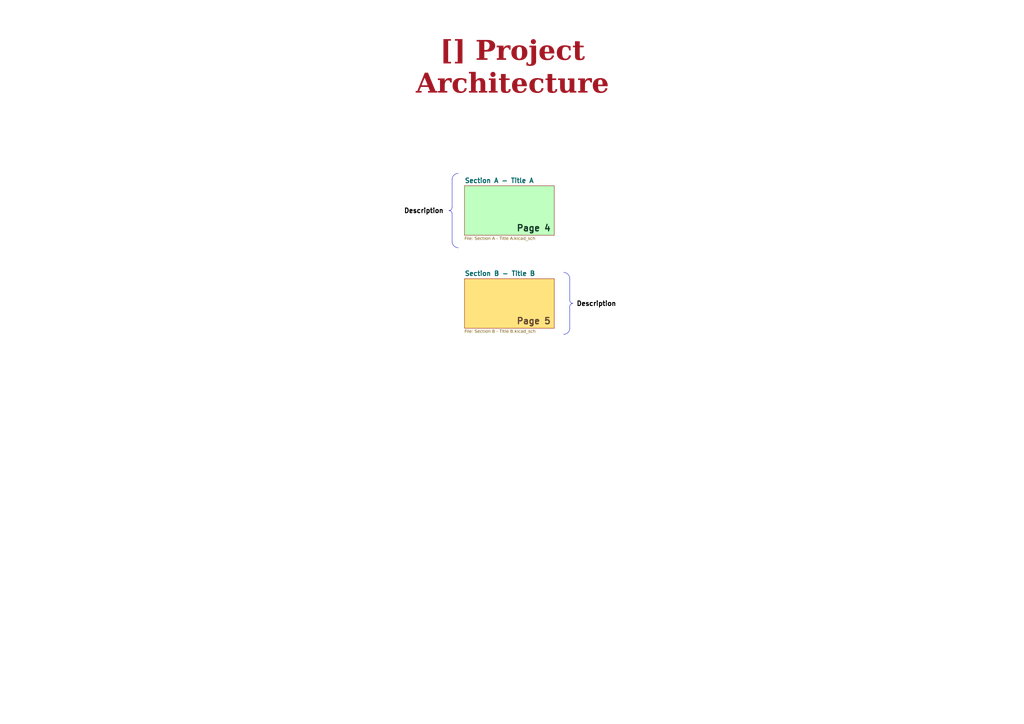
<source format=kicad_sch>
(kicad_sch
	(version 20250114)
	(generator "eeschema")
	(generator_version "9.0")
	(uuid "07236397-3ba4-47af-9809-3faac3a2aa49")
	(paper "A3")
	(title_block
		(title "Project Architecture")
		(date "2025-01-12")
		(rev "${REVISION}")
		(company "${COMPANY}")
	)
	(lib_symbols)
	(arc
		(start 185.42 85.09)
		(mid 185.0451 85.9851)
		(end 184.15 86.36)
		(stroke
			(width 0)
			(type default)
		)
		(fill
			(type none)
		)
		(uuid 13e3bc56-4a98-40ef-8c39-3b21620a792f)
	)
	(arc
		(start 234.97 124.44)
		(mid 234.0749 124.0651)
		(end 233.7 123.17)
		(stroke
			(width 0)
			(type default)
		)
		(fill
			(type none)
		)
		(uuid 19c30b2f-1391-4be0-8a5f-17a3226c0876)
	)
	(arc
		(start 233.7 125.71)
		(mid 234.0749 124.8149)
		(end 234.97 124.44)
		(stroke
			(width 0)
			(type default)
		)
		(fill
			(type none)
		)
		(uuid 5b059745-d833-4f9d-9745-ec7a90904541)
	)
	(arc
		(start 233.7 134.6)
		(mid 232.9561 136.3961)
		(end 231.16 137.14)
		(stroke
			(width 0)
			(type default)
		)
		(fill
			(type none)
		)
		(uuid 62bb3cd5-23b6-4c8e-a8f2-a293aca5d83b)
	)
	(arc
		(start 184.15 86.36)
		(mid 185.0451 86.7349)
		(end 185.42 87.63)
		(stroke
			(width 0)
			(type default)
		)
		(fill
			(type none)
		)
		(uuid 787eda22-1bf9-4d1b-96b2-11995bb2af0f)
	)
	(arc
		(start 187.96 101.6)
		(mid 186.1698 100.8502)
		(end 185.42 99.06)
		(stroke
			(width 0)
			(type default)
		)
		(fill
			(type none)
		)
		(uuid 7c454724-851d-42c5-8823-df570c1fc5eb)
	)
	(arc
		(start 231.16 111.74)
		(mid 232.9502 112.4898)
		(end 233.7 114.28)
		(stroke
			(width 0)
			(type default)
		)
		(fill
			(type none)
		)
		(uuid 94ad6bc3-4505-4c4a-89fc-83d0c51dd562)
	)
	(arc
		(start 185.42 73.66)
		(mid 186.1639 71.8639)
		(end 187.96 71.12)
		(stroke
			(width 0)
			(type default)
		)
		(fill
			(type none)
		)
		(uuid fda911f3-adb3-4abb-981f-a877a93c831b)
	)
	(text "Page 5"
		(exclude_from_sim no)
		(at 226.06 133.35 0)
		(effects
			(font
				(size 2.54 2.54)
				(bold yes)
				(color 100 70 50 1)
			)
			(justify right bottom)
			(href "#5")
		)
		(uuid "b60ecde0-2a85-4071-a728-47148cd80779")
	)
	(text "Page 4"
		(exclude_from_sim no)
		(at 226.06 95.25 0)
		(effects
			(font
				(size 2.54 2.54)
				(bold yes)
				(color 20 60 40 1)
			)
			(justify right bottom)
			(href "#4")
		)
		(uuid "f04f874a-d252-4474-87f2-c34bbb094a4c")
	)
	(text_box "Description"
		(exclude_from_sim no)
		(at 166.37 83.82 0)
		(size 17.145 5.08)
		(margins 1.4287 1.4287 1.4287 1.4287)
		(stroke
			(width -0.0001)
			(type default)
		)
		(fill
			(type none)
		)
		(effects
			(font
				(size 1.905 1.905)
				(thickness 0.381)
				(bold yes)
				(color 0 0 0 1)
			)
			(justify right top)
		)
		(uuid "971f0c48-6726-412d-badf-cee82cbffedd")
	)
	(text_box "Description"
		(exclude_from_sim no)
		(at 234.95 121.92 0)
		(size 26.015 5.1)
		(margins 1.4287 1.4287 1.4287 1.4287)
		(stroke
			(width -0.0001)
			(type default)
		)
		(fill
			(type none)
		)
		(effects
			(font
				(size 1.905 1.905)
				(thickness 0.381)
				(bold yes)
				(color 0 0 0 1)
			)
			(justify left top)
		)
		(uuid "97bb5e92-ab26-4907-9b80-08d49465fc86")
	)
	(text_box "[${#}] ${TITLE}"
		(exclude_from_sim no)
		(at 144.78 21.59 0)
		(size 130.81 12.7)
		(margins 5.9999 5.9999 5.9999 5.9999)
		(stroke
			(width -0.0001)
			(type default)
		)
		(fill
			(type none)
		)
		(effects
			(font
				(face "Times New Roman")
				(size 8 8)
				(thickness 1.2)
				(bold yes)
				(color 162 22 34 1)
			)
		)
		(uuid "f4789478-c68e-4cee-9edd-5d11b744f94d")
	)
	(polyline
		(pts
			(xy 185.42 87.63) (xy 185.42 99.06)
		)
		(stroke
			(width 0)
			(type default)
		)
		(uuid "8b678fb1-fee7-4461-95f7-7f383f478fdc")
	)
	(polyline
		(pts
			(xy 233.68 125.73) (xy 233.68 134.62)
		)
		(stroke
			(width 0)
			(type default)
		)
		(uuid "8c7de816-3d34-497f-b0c8-22f80559d2d8")
	)
	(polyline
		(pts
			(xy 185.42 85.09) (xy 185.42 73.66)
		)
		(stroke
			(width 0)
			(type default)
		)
		(uuid "903e49b2-1b5d-4317-a33b-adfda1594a88")
	)
	(polyline
		(pts
			(xy 233.68 114.3) (xy 233.68 123.19)
		)
		(stroke
			(width 0)
			(type default)
		)
		(uuid "9543d363-0f36-4c41-97bc-b97723f48818")
	)
	(sheet
		(at 190.5 114.3)
		(size 36.83 20.32)
		(exclude_from_sim no)
		(in_bom yes)
		(on_board yes)
		(dnp no)
		(fields_autoplaced yes)
		(stroke
			(width 0.1524)
			(type solid)
		)
		(fill
			(color 255 200 0 0.5020)
		)
		(uuid "e744f3ce-03a6-44a6-8792-1447ef232b9a")
		(property "Sheetname" "Section B - Title B"
			(at 190.5 113.2709 0)
			(effects
				(font
					(size 1.905 1.905)
					(bold yes)
				)
				(justify left bottom)
			)
		)
		(property "Sheetfile" "Section B - TItle B.kicad_sch"
			(at 190.5 135.2046 0)
			(effects
				(font
					(face "Arial")
					(size 1.27 1.27)
				)
				(justify left top)
			)
		)
		(instances
			(project "KDT_Hierarchical_KiBot"
				(path "/f9e05184-c88b-4a88-ae9c-ab2bdb32be7c/c5103ceb-5325-4a84-a025-9638a412984e"
					(page "5")
				)
			)
		)
	)
	(sheet
		(at 190.5 76.2)
		(size 36.83 20.32)
		(exclude_from_sim no)
		(in_bom yes)
		(on_board yes)
		(dnp no)
		(fields_autoplaced yes)
		(stroke
			(width 0.1524)
			(type solid)
		)
		(fill
			(color 128 255 128 0.5000)
		)
		(uuid "f06537ee-772d-44d3-8c50-e0ba41038c9c")
		(property "Sheetname" "Section A - Title A"
			(at 190.5 75.1709 0)
			(effects
				(font
					(size 1.905 1.905)
					(bold yes)
				)
				(justify left bottom)
			)
		)
		(property "Sheetfile" "Section A - Title A.kicad_sch"
			(at 190.5 97.1046 0)
			(effects
				(font
					(face "Arial")
					(size 1.27 1.27)
				)
				(justify left top)
			)
		)
		(instances
			(project "KDT_Hierarchical_KiBot"
				(path "/f9e05184-c88b-4a88-ae9c-ab2bdb32be7c/c5103ceb-5325-4a84-a025-9638a412984e"
					(page "4")
				)
			)
		)
	)
)

</source>
